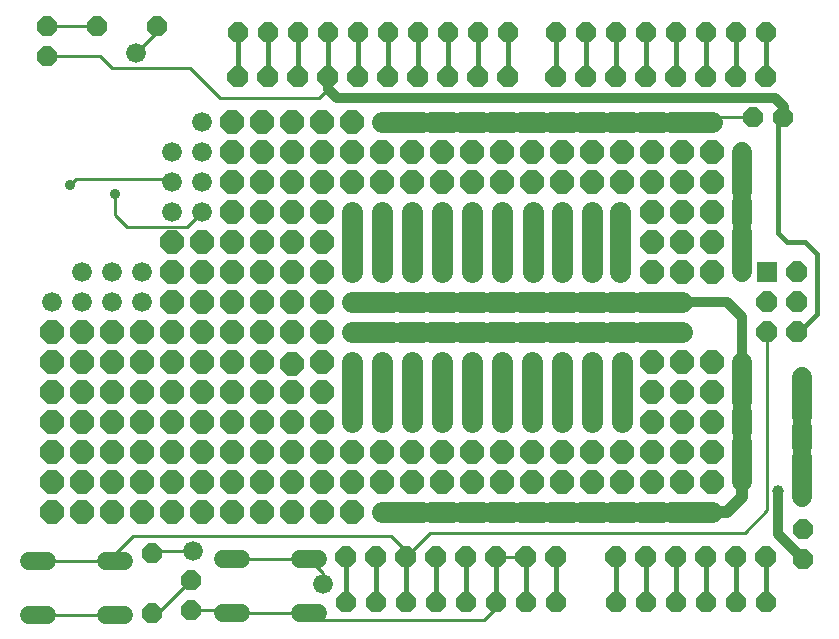
<source format=gbr>
G04 EAGLE Gerber RS-274X export*
G75*
%MOMM*%
%FSLAX34Y34*%
%LPD*%
%INBottom Copper*%
%IPPOS*%
%AMOC8*
5,1,8,0,0,1.08239X$1,22.5*%
G01*
%ADD10C,1.524000*%
%ADD11P,1.814519X8X292.500000*%
%ADD12C,1.800000*%
%ADD13C,1.676400*%
%ADD14P,1.814519X8X22.500000*%
%ADD15P,1.814519X8X112.500000*%
%ADD16P,1.924489X8X292.500000*%
%ADD17P,1.924489X8X112.500000*%
%ADD18C,1.676400*%
%ADD19P,1.924489X8X22.500000*%
%ADD20R,1.778000X1.778000*%
%ADD21C,0.406400*%
%ADD22C,0.254000*%
%ADD23C,1.006400*%
%ADD24C,0.812800*%
%ADD25C,1.016000*%
%ADD26P,2.110661X8X22.500000*%
%ADD27C,0.906400*%


D10*
X91533Y14409D02*
X76293Y14409D01*
X76293Y59621D02*
X91533Y59621D01*
X26509Y14409D02*
X11269Y14409D01*
X11269Y59621D02*
X26509Y59621D01*
D11*
X26213Y512979D03*
X26213Y487579D03*
X148691Y43993D03*
X148691Y18593D03*
D10*
X175869Y61519D02*
X191109Y61519D01*
X191109Y16307D02*
X175869Y16307D01*
X240893Y61519D02*
X256133Y61519D01*
X256133Y16307D02*
X240893Y16307D01*
D12*
X571381Y431343D02*
X589381Y431343D01*
X572981Y431343D02*
X554981Y431343D01*
X547581Y431343D02*
X529581Y431343D01*
X522181Y431343D02*
X504181Y431343D01*
X496781Y431343D02*
X478781Y431343D01*
X471381Y431343D02*
X453381Y431343D01*
X445981Y431343D02*
X427981Y431343D01*
X420581Y431343D02*
X402581Y431343D01*
X395181Y431343D02*
X377181Y431343D01*
X369781Y431343D02*
X351781Y431343D01*
X327981Y431343D02*
X309981Y431343D01*
X326381Y431343D02*
X344381Y431343D01*
X487781Y195343D02*
X487781Y177343D01*
X487781Y210143D02*
X487781Y228143D01*
X487781Y211743D02*
X487781Y193743D01*
X571381Y101143D02*
X589381Y101143D01*
X572981Y101143D02*
X554981Y101143D01*
X547581Y101143D02*
X529581Y101143D01*
X522181Y101143D02*
X504181Y101143D01*
X496781Y101143D02*
X478781Y101143D01*
X471381Y101143D02*
X453381Y101143D01*
X445981Y101143D02*
X427981Y101143D01*
X420581Y101143D02*
X402581Y101143D01*
X395181Y101143D02*
X377181Y101143D01*
X369781Y101143D02*
X351781Y101143D01*
X327981Y101143D02*
X309981Y101143D01*
X326381Y101143D02*
X344381Y101143D01*
X545981Y253543D02*
X563981Y253543D01*
X547581Y253543D02*
X529581Y253543D01*
X522181Y253543D02*
X504181Y253543D01*
X496781Y253543D02*
X478781Y253543D01*
X471381Y253543D02*
X453381Y253543D01*
X445981Y253543D02*
X427981Y253543D01*
X420581Y253543D02*
X402581Y253543D01*
X395181Y253543D02*
X377181Y253543D01*
X369781Y253543D02*
X351781Y253543D01*
X344381Y253543D02*
X326381Y253543D01*
X302581Y253543D02*
X284581Y253543D01*
X300981Y253543D02*
X318981Y253543D01*
X545981Y278943D02*
X563981Y278943D01*
X547581Y278943D02*
X529581Y278943D01*
X522181Y278943D02*
X504181Y278943D01*
X496781Y278943D02*
X478781Y278943D01*
X471381Y278943D02*
X453381Y278943D01*
X445981Y278943D02*
X427981Y278943D01*
X420581Y278943D02*
X402581Y278943D01*
X395181Y278943D02*
X377181Y278943D01*
X369781Y278943D02*
X351781Y278943D01*
X344381Y278943D02*
X326381Y278943D01*
X302581Y278943D02*
X284581Y278943D01*
X300981Y278943D02*
X318981Y278943D01*
X462381Y304343D02*
X462381Y322343D01*
X462381Y337143D02*
X462381Y355143D01*
X462381Y338743D02*
X462381Y320743D01*
X462381Y195343D02*
X462381Y177343D01*
X462381Y210143D02*
X462381Y228143D01*
X462381Y211743D02*
X462381Y193743D01*
X487781Y304343D02*
X487781Y322343D01*
X487781Y337143D02*
X487781Y355143D01*
X487781Y338743D02*
X487781Y320743D01*
X511911Y322343D02*
X511911Y304343D01*
X511911Y337143D02*
X511911Y355143D01*
X511911Y338743D02*
X511911Y320743D01*
X513181Y195343D02*
X513181Y177343D01*
X513181Y210143D02*
X513181Y228143D01*
X513181Y211743D02*
X513181Y193743D01*
X438251Y304343D02*
X438251Y322343D01*
X438251Y337143D02*
X438251Y355143D01*
X438251Y338743D02*
X438251Y320743D01*
X284581Y322343D02*
X284581Y304343D01*
X284581Y337143D02*
X284581Y355143D01*
X284581Y338743D02*
X284581Y320743D01*
X309981Y195343D02*
X309981Y177343D01*
X309981Y210143D02*
X309981Y228143D01*
X309981Y211743D02*
X309981Y193743D01*
X335381Y304343D02*
X335381Y322343D01*
X335381Y337143D02*
X335381Y355143D01*
X335381Y338743D02*
X335381Y320743D01*
X386181Y322343D02*
X386181Y304343D01*
X386181Y337143D02*
X386181Y355143D01*
X386181Y338743D02*
X386181Y320743D01*
X360781Y195343D02*
X360781Y177343D01*
X360781Y210143D02*
X360781Y228143D01*
X360781Y211743D02*
X360781Y193743D01*
X386181Y195343D02*
X386181Y177343D01*
X386181Y210143D02*
X386181Y228143D01*
X386181Y211743D02*
X386181Y193743D01*
X284581Y195343D02*
X284581Y177343D01*
X284581Y210143D02*
X284581Y228143D01*
X284581Y211743D02*
X284581Y193743D01*
X411581Y304343D02*
X411581Y322343D01*
X411581Y337143D02*
X411581Y355143D01*
X411581Y338743D02*
X411581Y320743D01*
X309981Y322343D02*
X309981Y304343D01*
X309981Y337143D02*
X309981Y355143D01*
X309981Y338743D02*
X309981Y320743D01*
X360781Y322343D02*
X360781Y304343D01*
X360781Y337143D02*
X360781Y355143D01*
X360781Y338743D02*
X360781Y320743D01*
X335381Y195343D02*
X335381Y177343D01*
X335381Y210143D02*
X335381Y228143D01*
X335381Y211743D02*
X335381Y193743D01*
X436981Y195343D02*
X436981Y177343D01*
X436981Y210143D02*
X436981Y228143D01*
X436981Y211743D02*
X436981Y193743D01*
X411581Y195343D02*
X411581Y177343D01*
X411581Y210143D02*
X411581Y228143D01*
X411581Y211743D02*
X411581Y193743D01*
D13*
X30581Y278943D03*
X55981Y278943D03*
X55981Y304343D03*
X81381Y278943D03*
X81381Y304343D03*
X106781Y278943D03*
X106781Y304343D03*
X132181Y355143D03*
X157581Y355143D03*
X132181Y380543D03*
X157581Y380543D03*
X132181Y405943D03*
X157581Y405943D03*
X157581Y431343D03*
X149961Y68123D03*
X101701Y489763D03*
X260451Y40183D03*
D14*
X69037Y513181D03*
X119837Y513181D03*
D15*
X115671Y16053D03*
X115671Y66853D03*
D14*
X624027Y435711D03*
X649427Y435711D03*
D15*
X666649Y61417D03*
X666649Y86817D03*
D16*
X635000Y469900D03*
X609600Y469900D03*
X584200Y469900D03*
X558800Y469900D03*
X533400Y469900D03*
X508000Y469900D03*
X482600Y469900D03*
X457200Y469900D03*
D17*
X508000Y63500D03*
X533400Y63500D03*
X558800Y63500D03*
X584200Y63500D03*
X609600Y63500D03*
X635000Y63500D03*
D18*
X665480Y114300D02*
X665480Y131064D01*
X665480Y131318D02*
X665480Y148082D01*
X665480Y156718D02*
X665480Y173482D01*
X665480Y199136D02*
X665480Y215900D01*
X665480Y198882D02*
X665480Y182118D01*
X614680Y304800D02*
X614680Y321564D01*
X614680Y321818D02*
X614680Y338582D01*
X614680Y347218D02*
X614680Y363982D01*
X614680Y389636D02*
X614680Y406400D01*
X614680Y389382D02*
X614680Y372618D01*
X614680Y143764D02*
X614680Y127000D01*
X614680Y144018D02*
X614680Y160782D01*
X614680Y169418D02*
X614680Y186182D01*
X614680Y211836D02*
X614680Y228600D01*
X614680Y211582D02*
X614680Y194818D01*
D14*
X533400Y508000D03*
X508000Y25400D03*
X558800Y508000D03*
X584200Y508000D03*
X609600Y508000D03*
X635000Y508000D03*
X508000Y508000D03*
X482600Y508000D03*
X457200Y508000D03*
X416560Y508000D03*
X391160Y508000D03*
X365760Y508000D03*
X340360Y508000D03*
X314960Y508000D03*
X289560Y508000D03*
X264160Y508000D03*
X238760Y508000D03*
X533400Y25400D03*
X558800Y25400D03*
X584200Y25400D03*
X609600Y25400D03*
X635000Y25400D03*
X457200Y25400D03*
X431800Y25400D03*
X406400Y25400D03*
X381000Y25400D03*
X355600Y25400D03*
X330200Y25400D03*
X213360Y508000D03*
X187960Y508000D03*
X304800Y25400D03*
X279400Y25400D03*
D19*
X661670Y279400D03*
X636270Y279400D03*
D20*
X636270Y304800D03*
D19*
X661670Y304800D03*
X661670Y254000D03*
X636270Y254000D03*
D16*
X457200Y63500D03*
X431800Y63500D03*
X406400Y63500D03*
X381000Y63500D03*
X355600Y63500D03*
X330200Y63500D03*
X304800Y63500D03*
X279400Y63500D03*
D17*
X187960Y469900D03*
X213360Y469900D03*
X238760Y469900D03*
X264160Y469900D03*
X289560Y469900D03*
X314960Y469900D03*
X340360Y469900D03*
X365760Y469900D03*
X391160Y469900D03*
X416560Y469900D03*
D21*
X381000Y63500D02*
X381000Y25400D01*
D22*
X589381Y431343D02*
X593749Y435711D01*
X624027Y435711D01*
D21*
X614680Y307340D02*
X614680Y304800D01*
D23*
X645160Y119380D03*
D24*
X645160Y82906D01*
X666649Y61417D01*
D21*
X264160Y469900D02*
X264160Y508000D01*
X406400Y63500D02*
X406400Y25400D01*
X431800Y25400D02*
X431800Y63500D01*
D22*
X181203Y18593D02*
X148691Y18593D01*
X181203Y18593D02*
X183489Y16307D01*
X248513Y16307D01*
X83913Y14409D02*
X18889Y14409D01*
X248513Y16307D02*
X254660Y10160D01*
X396240Y10160D01*
X406400Y20320D01*
X406400Y25400D01*
X406400Y63500D02*
X431800Y63500D01*
D25*
X614680Y114300D02*
X614680Y127000D01*
X614680Y114300D02*
X601980Y101600D01*
X589838Y101600D01*
X589381Y101143D01*
D22*
X71221Y487579D02*
X26213Y487579D01*
X71221Y487579D02*
X81280Y477520D01*
X147320Y477520D01*
X172720Y452120D01*
X256540Y452120D01*
X264160Y459740D01*
X264160Y469900D01*
D21*
X645160Y431444D02*
X649427Y435711D01*
X645160Y431444D02*
X645160Y337820D01*
X652780Y330200D01*
X668020Y330200D01*
X678180Y320040D01*
X678180Y269240D01*
X662940Y254000D01*
X661670Y254000D01*
D24*
X271780Y452120D02*
X264160Y459740D01*
X271780Y452120D02*
X642620Y452120D01*
X650240Y444500D01*
X650240Y436524D01*
X649427Y435711D01*
X602437Y278943D02*
X563981Y278943D01*
X602437Y278943D02*
X614680Y266700D01*
X614680Y127000D01*
D26*
X360781Y126543D03*
X360781Y151943D03*
X360781Y380543D03*
X360781Y405943D03*
X81381Y253543D03*
X81381Y228143D03*
X81381Y202743D03*
X335381Y126543D03*
X335381Y151943D03*
X335381Y380543D03*
X335381Y405943D03*
X106781Y228143D03*
X106781Y253543D03*
X386181Y126543D03*
X386181Y151943D03*
X106781Y202743D03*
X132181Y228143D03*
X132181Y253543D03*
X411581Y126543D03*
X411581Y151943D03*
X411581Y380543D03*
X411581Y405943D03*
X386181Y380543D03*
X386181Y405943D03*
X182981Y304343D03*
X182981Y329743D03*
X182981Y355143D03*
X182981Y380543D03*
X182981Y405943D03*
X462381Y126543D03*
X462381Y151943D03*
X462381Y380543D03*
X462381Y405943D03*
X182981Y278943D03*
X182981Y253543D03*
X182981Y228143D03*
X182981Y202743D03*
X157581Y329743D03*
X436981Y126543D03*
X436981Y151943D03*
X436981Y380543D03*
X436981Y405943D03*
X157581Y253543D03*
X157581Y228143D03*
X208381Y228143D03*
X208381Y253543D03*
X208381Y278943D03*
X208381Y304343D03*
X208381Y329743D03*
X208381Y355143D03*
X208381Y380543D03*
X208381Y405943D03*
X487781Y126543D03*
X487781Y151943D03*
X208381Y202743D03*
X513181Y126543D03*
X513181Y151943D03*
X513181Y380543D03*
X513181Y405943D03*
X487781Y380543D03*
X487781Y405943D03*
X538581Y304343D03*
X538581Y329743D03*
X538581Y355143D03*
X563981Y126543D03*
X563981Y151943D03*
X563981Y380543D03*
X563981Y405943D03*
X538581Y228143D03*
X538581Y202743D03*
X538581Y177343D03*
X538581Y126543D03*
X538581Y151943D03*
X538581Y380543D03*
X538581Y405943D03*
X563981Y177343D03*
X563981Y202743D03*
X563981Y228143D03*
X563981Y304343D03*
X563981Y329743D03*
X563981Y355143D03*
X589381Y126543D03*
X589381Y151943D03*
X589381Y380543D03*
X589381Y405943D03*
X259181Y126543D03*
X259181Y151943D03*
X259181Y380543D03*
X259181Y405943D03*
X233781Y126543D03*
X233781Y151943D03*
X233781Y380543D03*
X233781Y405943D03*
X284581Y126543D03*
X284581Y151943D03*
X309981Y126543D03*
X309981Y151943D03*
X309981Y380543D03*
X309981Y405943D03*
X284581Y380543D03*
X284581Y405943D03*
X132181Y202743D03*
X157581Y202743D03*
D22*
X260451Y49581D02*
X260451Y40183D01*
X260451Y49581D02*
X248513Y61519D01*
X183489Y61519D01*
D21*
X355600Y63500D02*
X355600Y25400D01*
X330200Y25400D02*
X330200Y63500D01*
D22*
X83913Y59621D02*
X18889Y59621D01*
X83913Y59621D02*
X83913Y66133D01*
X99060Y81280D01*
X317500Y81280D01*
X330200Y68580D01*
X330200Y63500D01*
X350520Y83820D01*
X617220Y83820D01*
X636270Y102870D01*
X636270Y254000D01*
D26*
X589381Y304343D03*
X589381Y329743D03*
X589381Y355143D03*
X589381Y177343D03*
X589381Y202743D03*
X589381Y228143D03*
X259181Y278943D03*
X259181Y253543D03*
X233781Y278943D03*
X233781Y253543D03*
X81381Y177343D03*
X81381Y151943D03*
X81381Y126543D03*
X106781Y151943D03*
X106781Y177343D03*
X106781Y126543D03*
X132181Y151943D03*
X132181Y177343D03*
X182981Y177343D03*
X182981Y151943D03*
X182981Y126543D03*
X157581Y177343D03*
X157581Y151943D03*
X208381Y151943D03*
X208381Y177343D03*
X208381Y126543D03*
X132181Y126543D03*
X157581Y126543D03*
X233781Y304343D03*
X233781Y329743D03*
X233781Y355143D03*
X259181Y304343D03*
X259181Y329743D03*
X259181Y355143D03*
X233781Y177343D03*
X233781Y202743D03*
X233781Y226873D03*
X259181Y177343D03*
X259181Y202743D03*
X259181Y228143D03*
X259181Y101143D03*
X233781Y101143D03*
X284581Y101143D03*
X81381Y101143D03*
X106781Y101143D03*
X182981Y101143D03*
X208381Y101143D03*
X132181Y101143D03*
X157581Y101143D03*
X259181Y431343D03*
X233781Y431343D03*
X284581Y431343D03*
X182981Y431343D03*
X208381Y431343D03*
X30581Y253543D03*
X30581Y228143D03*
X30581Y202743D03*
X55981Y228143D03*
X55981Y253543D03*
X55981Y202743D03*
X30581Y177343D03*
X30581Y151943D03*
X30581Y126543D03*
X55981Y151943D03*
X55981Y177343D03*
X55981Y126543D03*
X30581Y101143D03*
X55981Y101143D03*
D27*
X83820Y370840D03*
D22*
X83820Y353060D01*
X93980Y342900D01*
X145338Y342900D01*
X157581Y355143D01*
D27*
X45720Y378460D03*
D22*
X130098Y378460D02*
X132181Y380543D01*
X130098Y378460D02*
X124460Y383540D01*
X50800Y383540D01*
X45720Y378460D01*
D26*
X157581Y304343D03*
X157581Y278943D03*
X132181Y329743D03*
X132181Y304343D03*
X132181Y278943D03*
D22*
X68835Y512979D02*
X26213Y512979D01*
X68835Y512979D02*
X69037Y513181D01*
X119837Y513181D02*
X119837Y507899D01*
X101701Y489763D01*
X116941Y68123D02*
X149961Y68123D01*
X116941Y68123D02*
X115671Y66853D01*
X115671Y16053D02*
X120751Y16053D01*
X148691Y43993D01*
D21*
X238760Y469900D02*
X238760Y508000D01*
X289560Y508000D02*
X289560Y469900D01*
X314960Y469900D02*
X314960Y508000D01*
X340360Y508000D02*
X340360Y469900D01*
X365760Y469900D02*
X365760Y508000D01*
X391160Y508000D02*
X391160Y469900D01*
X416560Y469900D02*
X416560Y508000D01*
X508000Y63500D02*
X508000Y25400D01*
X533400Y25400D02*
X533400Y63500D01*
X558800Y63500D02*
X558800Y25400D01*
X584200Y25400D02*
X584200Y63500D01*
X609600Y63500D02*
X609600Y25400D01*
X635000Y25400D02*
X635000Y63500D01*
X635000Y469900D02*
X635000Y508000D01*
X609600Y508000D02*
X609600Y469900D01*
X584200Y469900D02*
X584200Y508000D01*
X558800Y508000D02*
X558800Y469900D01*
X533400Y469900D02*
X533400Y508000D01*
X508000Y508000D02*
X508000Y469900D01*
X482600Y469900D02*
X482600Y508000D01*
X457200Y508000D02*
X457200Y469900D01*
X457200Y63500D02*
X457200Y25400D01*
X279400Y25400D02*
X279400Y63500D01*
X304800Y63500D02*
X304800Y25400D01*
X187960Y469900D02*
X187960Y508000D01*
X213360Y508000D02*
X213360Y469900D01*
M02*

</source>
